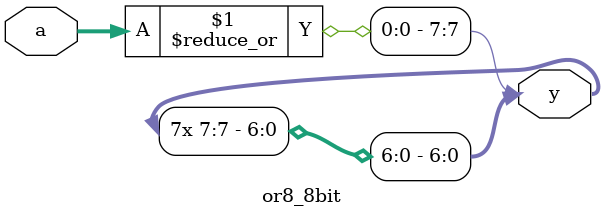
<source format=v>
module or8_8bit (
    input [7:0] a,  // 8-bit input
    output [7:0] y  // Changed from 1-bit to 8-bit output
);

    // Perform bitwise OR operation across all bits of the input using a reduction operator
    assign y = {8{|a}};  // Replicate the result to match 8-bit output

endmodule

</source>
